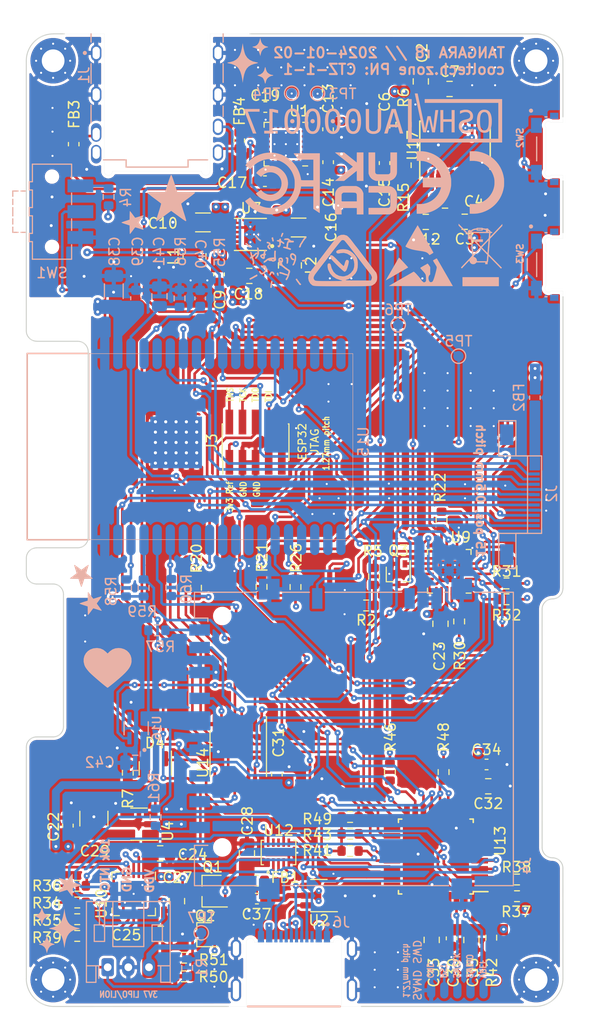
<source format=kicad_pcb>
(kicad_pcb (version 20221018) (generator pcbnew)

  (general
    (thickness 1.566672)
  )

  (paper "A4")
  (title_block
    (comment 4 "AISLER Project ID: ATEUINQR")
  )

  (layers
    (0 "F.Cu" signal)
    (1 "In1.Cu" signal)
    (2 "In2.Cu" signal)
    (31 "B.Cu" signal)
    (32 "B.Adhes" user "B.Adhesive")
    (33 "F.Adhes" user "F.Adhesive")
    (34 "B.Paste" user)
    (35 "F.Paste" user)
    (36 "B.SilkS" user "B.Silkscreen")
    (37 "F.SilkS" user "F.Silkscreen")
    (38 "B.Mask" user)
    (39 "F.Mask" user)
    (40 "Dwgs.User" user "User.Drawings")
    (41 "Cmts.User" user "User.Comments")
    (42 "Eco1.User" user "User.Eco1")
    (43 "Eco2.User" user "User.Eco2")
    (44 "Edge.Cuts" user)
    (45 "Margin" user)
    (46 "B.CrtYd" user "B.Courtyard")
    (47 "F.CrtYd" user "F.Courtyard")
    (48 "B.Fab" user)
    (49 "F.Fab" user)
    (50 "User.1" user)
    (51 "User.2" user)
    (52 "User.3" user)
    (53 "User.4" user)
    (54 "User.5" user)
    (55 "User.6" user)
    (56 "User.7" user)
    (57 "User.8" user)
    (58 "User.9" user)
  )

  (setup
    (stackup
      (layer "F.SilkS" (type "Top Silk Screen") (color "White"))
      (layer "F.Paste" (type "Top Solder Paste"))
      (layer "F.Mask" (type "Top Solder Mask") (color "Purple") (thickness 0.0254))
      (layer "F.Cu" (type "copper") (thickness 0.04318))
      (layer "dielectric 1" (type "prepreg") (thickness 0.202184) (material "FR408-HR") (epsilon_r 3.69) (loss_tangent 0.0091))
      (layer "In1.Cu" (type "copper") (thickness 0.017272))
      (layer "dielectric 2" (type "core") (thickness 0.9906) (material "FR408-HR") (epsilon_r 3.69) (loss_tangent 0.0091))
      (layer "In2.Cu" (type "copper") (thickness 0.017272))
      (layer "dielectric 3" (type "prepreg") (thickness 0.202184) (material "FR408-HR") (epsilon_r 3.69) (loss_tangent 0.0091))
      (layer "B.Cu" (type "copper") (thickness 0.04318))
      (layer "B.Mask" (type "Bottom Solder Mask") (color "Purple") (thickness 0.0254))
      (layer "B.Paste" (type "Bottom Solder Paste"))
      (layer "B.SilkS" (type "Bottom Silk Screen") (color "White"))
      (copper_finish "None")
      (dielectric_constraints no)
    )
    (pad_to_mask_clearance 0)
    (aux_axis_origin 117.25 51)
    (pcbplotparams
      (layerselection 0x00010fc_ffffffff)
      (plot_on_all_layers_selection 0x0000000_00000000)
      (disableapertmacros false)
      (usegerberextensions true)
      (usegerberattributes true)
      (usegerberadvancedattributes true)
      (creategerberjobfile true)
      (dashed_line_dash_ratio 12.000000)
      (dashed_line_gap_ratio 3.000000)
      (svgprecision 6)
      (plotframeref false)
      (viasonmask false)
      (mode 1)
      (useauxorigin false)
      (hpglpennumber 1)
      (hpglpenspeed 20)
      (hpglpendiameter 15.000000)
      (dxfpolygonmode true)
      (dxfimperialunits true)
      (dxfusepcbnewfont true)
      (psnegative false)
      (psa4output false)
      (plotreference true)
      (plotvalue true)
      (plotinvisibletext false)
      (sketchpadsonfab false)
      (subtractmaskfromsilk false)
      (outputformat 1)
      (mirror false)
      (drillshape 0)
      (scaleselection 1)
      (outputdirectory "gerbers2")
    )
  )

  (net 0 "")
  (net 1 "GND")
  (net 2 "/ESP_EN")
  (net 3 "BAT_LEVEL")
  (net 4 "SYS_POWER")
  (net 5 "USB.DP")
  (net 6 "USB.DN")
  (net 7 "3.5mm_DETECT")
  (net 8 "/JTAG.TMS")
  (net 9 "/JTAG.TCK")
  (net 10 "/JTAG.TDO")
  (net 11 "/JTAG.TDI")
  (net 12 "/SWD.SWDIO")
  (net 13 "/SWD.SWCLK")
  (net 14 "/SWD.RESET")
  (net 15 "/Power/NTC")
  (net 16 "~{CHG_PWR_OK}")
  (net 17 "I2C.SCL")
  (net 18 "VBUS")
  (net 19 "I2C.SDA")
  (net 20 "ESP_SPI.PICO")
  (net 21 "unconnected-(U9-IO0_5-Pad6)")
  (net 22 "ESP_SPI.SCLK")
  (net 23 "ESP_SPI.DISPLAY_CS")
  (net 24 "DISPLAY_LED_EN")
  (net 25 "/ESP_BOOT")
  (net 26 "~{SD_VDD_EN}")
  (net 27 "/UART.ESP.TX")
  (net 28 "ESP_SPI.POCI")
  (net 29 "DAC.DATA")
  (net 30 "DAC.BCK")
  (net 31 "ESP_SPI.SD_CS")
  (net 32 "DAC.LRCK")
  (net 33 "SAMD_SPI.POCI")
  (net 34 "/UART.ESP.RX")
  (net 35 "SAMD_SPI.CS")
  (net 36 "SAMD_SPI.PICO")
  (net 37 "/~{SAMD_INT}")
  (net 38 "SAMD_SPI.SCLK")
  (net 39 "CHG_SEL")
  (net 40 "AMP_EN")
  (net 41 "/Power/VBUS_SWITCHED")
  (net 42 "~{GPIO_INT}")
  (net 43 "USB_TCC0")
  (net 44 "USB_TCC1")
  (net 45 "KEY_LOCK")
  (net 46 "CHG_STAT1")
  (net 47 "CHG_STAT2")
  (net 48 "~{TOUCH_INT}")
  (net 49 "DISPLAY_DR")
  (net 50 "+3V3")
  (net 51 "+5VA")
  (net 52 "-5VA")
  (net 53 "KEY_VOL_UP")
  (net 54 "Net-(J7-Pin_3)")
  (net 55 "Net-(U1B-+)")
  (net 56 "KEY_VOL_DOWN")
  (net 57 "Net-(J4-CD{slash}DAT3)")
  (net 58 "Net-(J4-CMD)")
  (net 59 "Net-(J4-CLK)")
  (net 60 "Net-(J4-DAT0)")
  (net 61 "Net-(J4-DAT1)")
  (net 62 "Net-(J4-DAT2)")
  (net 63 "unconnected-(J1-Pad6)")
  (net 64 "Net-(J6-CC1)")
  (net 65 "Net-(U13-VDDCORE)")
  (net 66 "unconnected-(J3-UART_TX-Pad7)")
  (net 67 "unconnected-(J3-UART_RX-Pad9)")
  (net 68 "unconnected-(J3-nRst-Pad10)")
  (net 69 "unconnected-(J6-SBU1-PadA8)")
  (net 70 "unconnected-(J6-SBU2-PadB8)")
  (net 71 "Net-(U7-SWN)")
  (net 72 "Net-(U7-SWP)")
  (net 73 "Net-(Q1-G)")
  (net 74 "Net-(U1A-+)")
  (net 75 "Net-(U1A--)")
  (net 76 "Net-(C17-Pad2)")
  (net 77 "Net-(U1B--)")
  (net 78 "Net-(C19-Pad2)")
  (net 79 "Net-(U14E-~{OE})")
  (net 80 "Net-(U14E-S)")
  (net 81 "SYS_PWR_EN_SAMD")
  (net 82 "Net-(U10-CE)")
  (net 83 "Net-(U10-PROG3)")
  (net 84 "Net-(U10-PROG2)")
  (net 85 "Net-(U10-PROG1)")
  (net 86 "unconnected-(U1C-NC-Pad4)")
  (net 87 "unconnected-(U1-Pad6)")
  (net 88 "unconnected-(U1-Pad7)")
  (net 89 "unconnected-(U1-Pad8)")
  (net 90 "unconnected-(U1C-NC-Pad15)")
  (net 91 "unconnected-(U12-ORIENT-Pad8)")
  (net 92 "unconnected-(U12-SWMONI-Pad9)")
  (net 93 "unconnected-(U15-I39{slash}NOINT-Pad5)")
  (net 94 "unconnected-(U15-SHD{slash}SD2-Pad17)")
  (net 95 "unconnected-(U15-SWP{slash}SD3-Pad18)")
  (net 96 "unconnected-(U15-SCS{slash}CMD-Pad19)")
  (net 97 "unconnected-(U15-SCK{slash}CLK-Pad20)")
  (net 98 "unconnected-(U15-SDO{slash}SD0-Pad21)")
  (net 99 "unconnected-(U15-SDI{slash}SD1-Pad22)")
  (net 100 "unconnected-(U15-IO16-Pad27)")
  (net 101 "unconnected-(U15-IO17-Pad28)")
  (net 102 "unconnected-(U15-NC-Pad32)")
  (net 103 "Net-(J2-Pin_13)")
  (net 104 "Net-(FB3-Pad2)")
  (net 105 "Net-(FB4-Pad2)")
  (net 106 "Net-(J4-VDD)")
  (net 107 "unconnected-(U16-NC-Pad4)")
  (net 108 "Net-(SW1-C)")
  (net 109 "Net-(Q1-S)")
  (net 110 "DAC.MCK")
  (net 111 "SD_CD")
  (net 112 "Net-(U17-CPCA)")
  (net 113 "Net-(U17-CPCB)")
  (net 114 "unconnected-(U1-Pad1)")
  (net 115 "Net-(U17-VMID)")
  (net 116 "Net-(U17-CPVOUTN)")
  (net 117 "unconnected-(U1-Pad23)")
  (net 118 "Net-(U17-LINEVOUTL)")
  (net 119 "Net-(U17-LINEVOUTR)")
  (net 120 "unconnected-(U1-Pad24)")
  (net 121 "unconnected-(U17-ZFLAG-Pad7)")
  (net 122 "unconnected-(U9-IO0_6-Pad7)")
  (net 123 "Net-(Q3-G)")
  (net 124 "unconnected-(U9-IO1_5-Pad15)")
  (net 125 "unconnected-(U9-IO1_6-Pad16)")
  (net 126 "unconnected-(U9-IO1_7-Pad17)")
  (net 127 "Net-(U4-EN)")
  (net 128 "unconnected-(U4-NC-Pad4)")
  (net 129 "unconnected-(U13-PA06-Pad7)")
  (net 130 "unconnected-(U13-PA27-Pad25)")
  (net 131 "unconnected-(U13-PA28-Pad27)")
  (net 132 "Net-(Q2-D)")
  (net 133 "Net-(J6-CC2)")
  (net 134 "unconnected-(U13-PA07-Pad8)")
  (net 135 "unconnected-(U9-IO1_3-Pad13)")
  (net 136 "Net-(J6-DP-PadA6)")
  (net 137 "Net-(J6-DN-PadA7)")
  (net 138 "AMP_MUTE")

  (footprint "Package_TO_SOT_SMD:TSOT-23" (layer "F.Cu") (at 135.476849 134.455179 180))

  (footprint "Package_TO_SOT_SMD:SOT-23-5" (layer "F.Cu") (at 128.415497 127.954481 180))

  (footprint "footprints:MountingHole_2.2mm_M2_Pad_Via2" (layer "F.Cu") (at 166.9 143))

  (footprint "Inductor_SMD:L_1008_2520Metric" (layer "F.Cu") (at 133.801417 72.973879 90))

  (footprint "Capacitor_SMD:C_0805_2012Metric" (layer "F.Cu") (at 130.473198 130.774567))

  (footprint "Resistor_SMD:R_0603_1608Metric" (layer "F.Cu") (at 122.434189 137.149989 180))

  (footprint "Resistor_SMD:R_0603_1608Metric" (layer "F.Cu") (at 151.198456 103.968297 -90))

  (footprint "footprints:QFN-20-1EP_4x4mm_P0.5mm_EP2.5x2.5mm_ThermalVias2" (layer "F.Cu") (at 127.902083 134.695156 -90))

  (footprint "Capacitor_SMD:C_0805_2012Metric" (layer "F.Cu") (at 130.529632 138.571066))

  (footprint "Capacitor_SMD:C_0603_1608Metric" (layer "F.Cu") (at 152.216943 60.416276 -90))

  (footprint "Package_DFN_QFN:HVQFN-24-1EP_4x4mm_P0.5mm_EP2.1x2.1mm" (layer "F.Cu") (at 158.484595 103.47166 180))

  (footprint "Package_TO_SOT_SMD:SOT-23" (layer "F.Cu") (at 130.000805 122.549717 -90))

  (footprint "Resistor_SMD:R_0603_1608Metric" (layer "F.Cu") (at 148.873745 127.25515))

  (footprint "Capacitor_SMD:C_0603_1608Metric" (layer "F.Cu") (at 136.172745 74.724126 -90))

  (footprint "Resistor_SMD:R_0603_1608Metric" (layer "F.Cu") (at 165.049071 134.922126 180))

  (footprint "Resistor_SMD:R_0603_1608Metric" (layer "F.Cu") (at 159.445045 108.327463 90))

  (footprint "Capacitor_SMD:C_0603_1608Metric" (layer "F.Cu") (at 121.530086 128.089529 90))

  (footprint "Package_TO_SOT_SMD:SOT-323_SC-70" (layer "F.Cu") (at 153.539681 103.751753 -90))

  (footprint "Capacitor_SMD:C_0603_1608Metric" (layer "F.Cu") (at 146.738191 60.685697 -90))

  (footprint "Resistor_SMD:R_0603_1608Metric" (layer "F.Cu") (at 165.050103 133.305697 180))

  (footprint "Capacitor_SMD:C_0603_1608Metric" (layer "F.Cu") (at 152.216095 63.952058 90))

  (footprint "footprints:BD91N01NUX-E2" (layer "F.Cu") (at 141.938445 130.694772 90))

  (footprint "Capacitor_SMD:C_0805_2012Metric" (layer "F.Cu") (at 159.982062 69.634671 180))

  (footprint "Resistor_SMD:R_0603_1608Metric" (layer "F.Cu") (at 122.434189 138.766966 180))

  (footprint "Capacitor_SMD:C_0805_2012Metric" (layer "F.Cu") (at 156.782387 139.153476 90))

  (footprint "Inductor_SMD:L_0603_1608Metric" (layer "F.Cu") (at 139.793489 133.408759 180))

  (footprint "Resistor_SMD:R_0603_1608Metric" (layer "F.Cu") (at 148.873745 130.546956))

  (footprint "Resistor_SMD:R_0805_2012Metric" (layer "F.Cu") (at 154.05507 60.232017 -90))

  (footprint "Capacitor_SMD:C_0603_1608Metric" (layer "F.Cu") (at 140.620589 65.704592 180))

  (footprint "Capacitor_SMD:C_0805_2012Metric" (layer "F.Cu") (at 132.103885 135.401996 -90))

  (footprint "Capacitor_SMD:C_0603_1608Metric" (layer "F.Cu") (at 139.845147 135.157118 180))

  (footprint "Resistor_SMD:R_0603_1608Metric" (layer "F.Cu") (at 157.736387 98.523188 90))

  (footprint "Capacitor_SMD:C_0805_2012Metric" (layer "F.Cu") (at 139.111897 74.874786))

  (footprint "Resistor_SMD:R_0603_1608Metric" (layer "F.Cu") (at 122.439406 135.533013))

  (footprint "Resistor_SMD:R_0603_1608Metric" (layer "F.Cu") (at 132.78644 140.877326))

  (footprint "Inductor_SMD:L_1008_2520Metric" (layer "F.Cu") (at 143.044904 73.86026 -90))

  (footprint "Capacitor_SMD:C_0805_2012Metric" (layer "F.Cu") (at 156.207041 69.648592 180))

  (footprint "Capacitor_SMD:C_0805_2012Metric" (layer "F.Cu") (at 158.07357 67.582319 180))

  (footprint "Resistor_SMD:R_0603_1608Metric" (layer "F.Cu") (at 162.554135 138.938126 -90))

  (footprint "Package_SO:TSSOP-16_4.4x5mm_P0.65mm" (layer "F.Cu") (at 138.037154 121.127252 -90))

  (footprint "Capacitor_SMD:C_0805_2012Metric" (layer "F.Cu") (at 158.513691 56.778764))

  (footprint "Inductor_SMD:L_0603_1608Metric" (layer "F.Cu") (at 138.136435 61.76766 -90))

  (footprint "Resistor_SMD:R_0603_1608Metric" (layer "F.Cu") (at 133.941895 105.064074 90))

  (footprint "NetTie:NetTie-2_SMD_Pad0.5mm" (layer "F.Cu") (at 146.902022 104.10454 -90))

  (footprint "Resistor_SMD:R_0603_1608Metric" (layer "F.Cu") (at 143.585559 104.993281 90))

  (footprint "Resistor_SMD:R_0603_1608Metric" (layer "F.Cu") (at 140.296114 104.976392 90))

  (footprint "Package_TO_SOT_SMD:SOT-23-6" (layer "F.Cu")
    (tstamp 98c16f2b-77bb-43d5-908d-2856eeb3b2ec)
    (at 145.845749 134.861076 180)
    (descr "SOT, 6 Pin (https://www.jedec.org/sites/default/files/docs/Mo-178c.PDF variant AB), generated with kicad-footprint-generator ipc_gullwing_generator.py")
    (tags "SOT TO_SOT_SMD")
    (property "MPN" "USBLC6-2SC6")
    (property "Sheetfile" "power.kicad_sch")
    (property "Sheetname" "Power")
    (property "ki_description" "Very low capacitance ESD protection diode, 2 data-line, SOT-23-6")
   
... [3673060 chars truncated]
</source>
